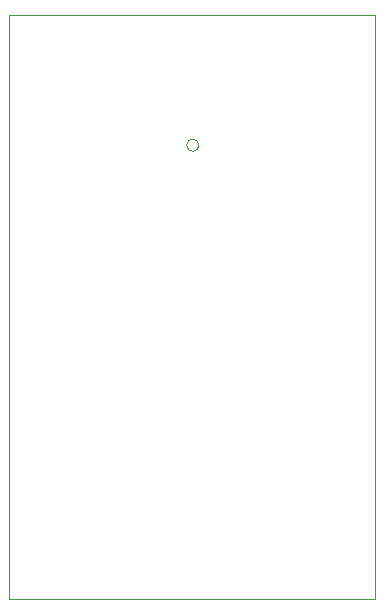
<source format=gko>
G75*
G70*
%OFA0B0*%
%FSLAX24Y24*%
%IPPOS*%
%LPD*%
%AMOC8*
5,1,8,0,0,1.08239X$1,22.5*
%
%ADD10C,0.0000*%
D10*
X000984Y001359D02*
X000984Y020847D01*
X013189Y020847D01*
X013189Y001359D01*
X000984Y001359D01*
X006890Y016517D02*
X006892Y016544D01*
X006898Y016571D01*
X006907Y016597D01*
X006920Y016621D01*
X006936Y016644D01*
X006955Y016663D01*
X006977Y016680D01*
X007001Y016694D01*
X007026Y016704D01*
X007053Y016711D01*
X007080Y016714D01*
X007108Y016713D01*
X007135Y016708D01*
X007161Y016700D01*
X007185Y016688D01*
X007208Y016672D01*
X007229Y016654D01*
X007246Y016633D01*
X007261Y016609D01*
X007272Y016584D01*
X007280Y016558D01*
X007284Y016531D01*
X007284Y016503D01*
X007280Y016476D01*
X007272Y016450D01*
X007261Y016425D01*
X007246Y016401D01*
X007229Y016380D01*
X007208Y016362D01*
X007186Y016346D01*
X007161Y016334D01*
X007135Y016326D01*
X007108Y016321D01*
X007080Y016320D01*
X007053Y016323D01*
X007026Y016330D01*
X007001Y016340D01*
X006977Y016354D01*
X006955Y016371D01*
X006936Y016390D01*
X006920Y016413D01*
X006907Y016437D01*
X006898Y016463D01*
X006892Y016490D01*
X006890Y016517D01*
M02*

</source>
